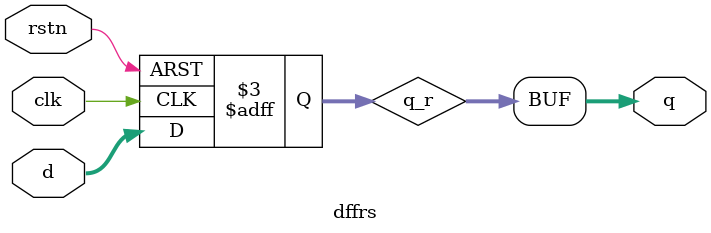
<source format=v>
(* DONT_TOUCH = "yes" *)
module dffrs #(
    parameter DATA_WIDTH = 16
)(
    input wire clk,
    input wire rstn,
    input wire [DATA_WIDTH-1 : 0] d,

    output wire [DATA_WIDTH-1 : 0] q
);

reg [DATA_WIDTH-1 : 0] q_r;
assign q = q_r;

always @(posedge clk or negedge rstn) begin
    if(rstn == 1'b0) begin
        q_r <= {DATA_WIDTH{1'b1}};
    end
    else begin
        q_r <= d;
    end
end

endmodule 
</source>
